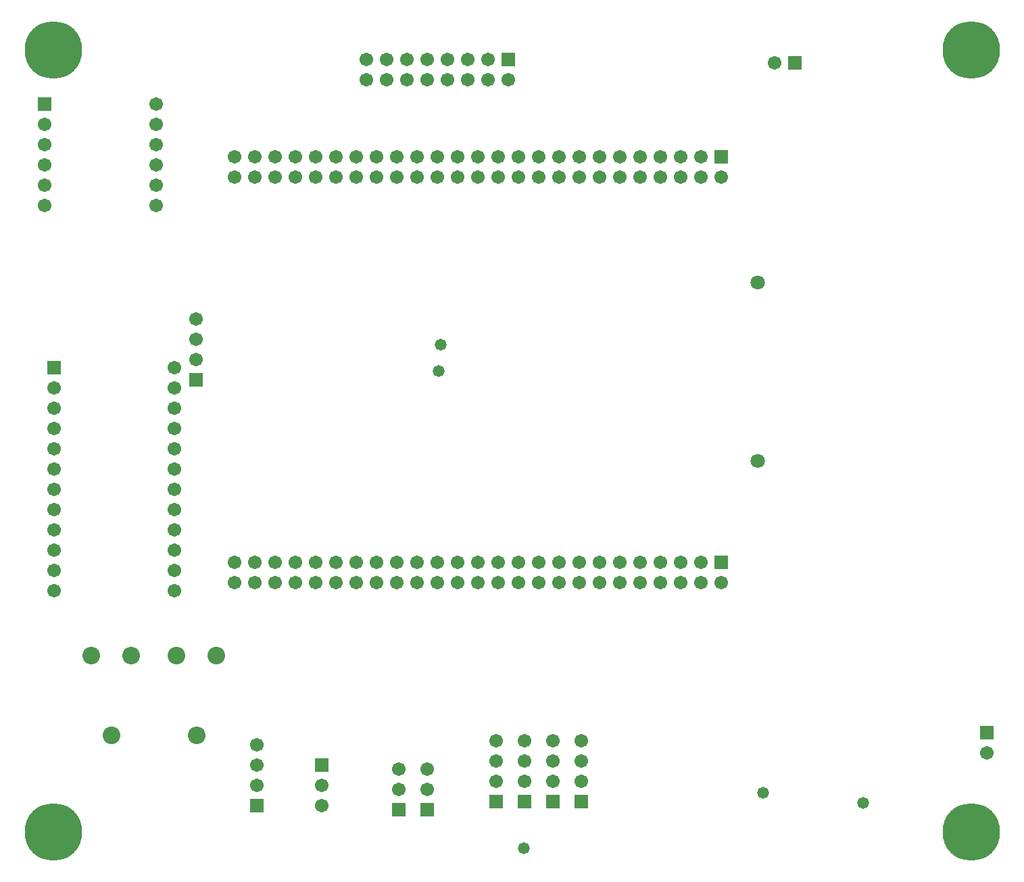
<source format=gbs>
%FSLAX25Y25*%
%MOIN*%
G70*
G01*
G75*
G04 Layer_Color=16711935*
%ADD10R,0.11811X0.03543*%
%ADD11R,0.03543X0.11811*%
%ADD12R,0.05118X0.03937*%
%ADD13R,0.09449X0.02362*%
%ADD14O,0.09449X0.02362*%
%ADD15R,0.04803X0.05551*%
%ADD16R,0.11811X0.15748*%
%ADD17R,0.03937X0.05118*%
%ADD18O,0.02362X0.08661*%
%ADD19R,0.05551X0.04803*%
%ADD20R,0.05118X0.04724*%
%ADD21R,0.08268X0.05512*%
%ADD22R,0.08268X0.08268*%
%ADD23R,0.04331X0.08268*%
%ADD24R,0.08071X0.04528*%
%ADD25R,0.04724X0.02559*%
%ADD26C,0.01000*%
%ADD27C,0.02500*%
%ADD28C,0.02000*%
%ADD29C,0.03000*%
%ADD30C,0.05906*%
%ADD31R,0.05906X0.05906*%
%ADD32R,0.05906X0.05906*%
%ADD33C,0.07874*%
%ADD34C,0.06299*%
%ADD35C,0.05906*%
%ADD36C,0.05000*%
%ADD37C,0.27559*%
%ADD38R,0.12611X0.04343*%
%ADD39R,0.04343X0.12611*%
%ADD40R,0.05918X0.04737*%
%ADD41R,0.10249X0.03162*%
%ADD42O,0.10249X0.03162*%
%ADD43R,0.05603X0.06351*%
%ADD44R,0.12611X0.16548*%
%ADD45R,0.04737X0.05918*%
%ADD46O,0.03162X0.09461*%
%ADD47R,0.06351X0.05603*%
%ADD48R,0.05918X0.05524*%
%ADD49R,0.09068X0.06312*%
%ADD50R,0.09068X0.09068*%
%ADD51R,0.05131X0.09068*%
%ADD52R,0.08871X0.05328*%
%ADD53R,0.05524X0.03359*%
%ADD54C,0.06706*%
%ADD55R,0.06706X0.06706*%
%ADD56R,0.06706X0.06706*%
%ADD57C,0.08674*%
%ADD58C,0.07099*%
%ADD59C,0.06706*%
%ADD60C,0.05800*%
%ADD61C,0.28359*%
D54*
X109100Y233930D02*
D03*
X119100D02*
D03*
X129100D02*
D03*
X139100D02*
D03*
X149100D02*
D03*
X159100D02*
D03*
X169100D02*
D03*
X179100D02*
D03*
X189100D02*
D03*
X199100D02*
D03*
X209100D02*
D03*
X219100D02*
D03*
X229100D02*
D03*
X239100D02*
D03*
X249100D02*
D03*
X259100D02*
D03*
X269100D02*
D03*
X279100D02*
D03*
X289100D02*
D03*
X299100D02*
D03*
X309100D02*
D03*
X319100D02*
D03*
X329100D02*
D03*
X339100D02*
D03*
X349100D02*
D03*
X109100Y243930D02*
D03*
X119100D02*
D03*
X129100D02*
D03*
X139100D02*
D03*
X149100D02*
D03*
X159100D02*
D03*
X169100D02*
D03*
X179100D02*
D03*
X189100D02*
D03*
X199100D02*
D03*
X209100D02*
D03*
X219100D02*
D03*
X229100D02*
D03*
X239100D02*
D03*
X249100D02*
D03*
X259100D02*
D03*
X269100D02*
D03*
X279100D02*
D03*
X289100D02*
D03*
X299100D02*
D03*
X309100D02*
D03*
X319100D02*
D03*
X329100D02*
D03*
X339100D02*
D03*
X109100Y433930D02*
D03*
X119100D02*
D03*
X129100D02*
D03*
X139100D02*
D03*
X149100D02*
D03*
X159100D02*
D03*
X169100D02*
D03*
X179100D02*
D03*
X189100D02*
D03*
X199100D02*
D03*
X209100D02*
D03*
X219100D02*
D03*
X229100D02*
D03*
X239100D02*
D03*
X249100D02*
D03*
X259100D02*
D03*
X269100D02*
D03*
X279100D02*
D03*
X289100D02*
D03*
X299100D02*
D03*
X309100D02*
D03*
X319100D02*
D03*
X329100D02*
D03*
X339100D02*
D03*
X349100D02*
D03*
X109100Y443930D02*
D03*
X119100D02*
D03*
X129100D02*
D03*
X139100D02*
D03*
X149100D02*
D03*
X159100D02*
D03*
X169100D02*
D03*
X179100D02*
D03*
X189100D02*
D03*
X199100D02*
D03*
X209100D02*
D03*
X219100D02*
D03*
X229100D02*
D03*
X239100D02*
D03*
X249100D02*
D03*
X259100D02*
D03*
X269100D02*
D03*
X279100D02*
D03*
X289100D02*
D03*
X299100D02*
D03*
X309100D02*
D03*
X319100D02*
D03*
X329100D02*
D03*
X339100D02*
D03*
X174247Y482000D02*
D03*
Y492000D02*
D03*
X184247Y482000D02*
D03*
Y492000D02*
D03*
X194247Y482000D02*
D03*
Y492000D02*
D03*
X204247Y482000D02*
D03*
Y492000D02*
D03*
X214247Y482000D02*
D03*
Y492000D02*
D03*
X224247Y482000D02*
D03*
Y492000D02*
D03*
X234247Y482000D02*
D03*
Y492000D02*
D03*
X244247Y482000D02*
D03*
X480247Y150000D02*
D03*
X90247Y344000D02*
D03*
Y354000D02*
D03*
Y364000D02*
D03*
X375547Y490400D02*
D03*
X280247Y156000D02*
D03*
Y146000D02*
D03*
Y136000D02*
D03*
X266247Y156000D02*
D03*
Y146000D02*
D03*
Y136000D02*
D03*
X252247Y156000D02*
D03*
Y146000D02*
D03*
Y136000D02*
D03*
X238247Y156000D02*
D03*
Y146000D02*
D03*
Y136000D02*
D03*
X204147Y131949D02*
D03*
Y141949D02*
D03*
X190147Y131949D02*
D03*
Y141949D02*
D03*
X120247Y154000D02*
D03*
Y144000D02*
D03*
Y134000D02*
D03*
X152147Y133949D02*
D03*
Y123949D02*
D03*
X79342Y230000D02*
D03*
Y240000D02*
D03*
Y250000D02*
D03*
Y260000D02*
D03*
Y270000D02*
D03*
Y280000D02*
D03*
Y290000D02*
D03*
Y300000D02*
D03*
Y310000D02*
D03*
Y320000D02*
D03*
Y330000D02*
D03*
Y340000D02*
D03*
X20247Y230000D02*
D03*
Y240000D02*
D03*
Y250000D02*
D03*
Y260000D02*
D03*
Y270000D02*
D03*
Y280000D02*
D03*
Y290000D02*
D03*
Y300000D02*
D03*
Y310000D02*
D03*
Y320000D02*
D03*
Y330000D02*
D03*
X70444Y460000D02*
D03*
Y450000D02*
D03*
Y420000D02*
D03*
Y430000D02*
D03*
X15444D02*
D03*
Y440000D02*
D03*
Y460000D02*
D03*
D55*
X349100Y243930D02*
D03*
Y443930D02*
D03*
X244247Y492000D02*
D03*
X385547Y490400D02*
D03*
X20247Y340000D02*
D03*
X15444Y470000D02*
D03*
D56*
X480247Y160000D02*
D03*
X90247Y334000D02*
D03*
X280247Y126000D02*
D03*
X266247D02*
D03*
X252247D02*
D03*
X238247D02*
D03*
X204147Y121949D02*
D03*
X190147D02*
D03*
X120247Y124000D02*
D03*
X152147Y143949D02*
D03*
D57*
X48405Y158630D02*
D03*
X38562Y198000D02*
D03*
X58247D02*
D03*
X90405Y158630D02*
D03*
X80562Y198000D02*
D03*
X100247D02*
D03*
D58*
X367247Y381989D02*
D03*
Y293800D02*
D03*
D59*
X70444Y470000D02*
D03*
Y440000D02*
D03*
X15444Y420000D02*
D03*
Y450000D02*
D03*
D60*
X251647Y102800D02*
D03*
X419047Y125400D02*
D03*
X209647Y338200D02*
D03*
X210747Y351300D02*
D03*
X369747Y130400D02*
D03*
D61*
X19685Y496612D02*
D03*
X472441D02*
D03*
Y110785D02*
D03*
X19685D02*
D03*
M02*

</source>
